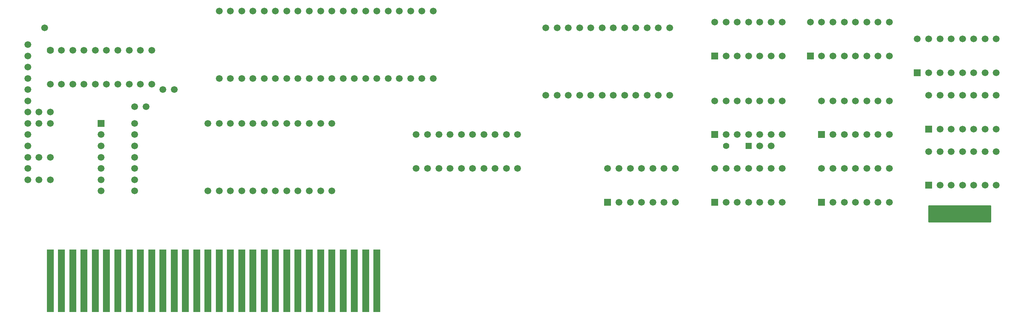
<source format=gbr>
G04 #@! TF.GenerationSoftware,KiCad,Pcbnew,(2017-05-14 revision 14bb238b3)-makepkg*
G04 #@! TF.CreationDate,2017-05-30T16:43:56+03:00*
G04 #@! TF.ProjectId,rk86kngmd,726B38366B6E676D642E6B696361645F,rev?*
G04 #@! TF.FileFunction,Soldermask,Top*
G04 #@! TF.FilePolarity,Negative*
%FSLAX46Y46*%
G04 Gerber Fmt 4.6, Leading zero omitted, Abs format (unit mm)*
G04 Created by KiCad (PCBNEW (2017-05-14 revision 14bb238b3)-makepkg) date 05/30/17 16:43:56*
%MOMM*%
%LPD*%
G01*
G04 APERTURE LIST*
%ADD10C,0.100000*%
%ADD11C,1.500000*%
%ADD12C,1.600000*%
%ADD13R,1.500000X1.500000*%
%ADD14R,1.400000X1.400000*%
%ADD15C,1.400000*%
%ADD16R,1.500000X14.000000*%
%ADD17C,0.254000*%
G04 APERTURE END LIST*
D10*
D11*
X72250000Y-83000000D03*
X69750000Y-83000000D03*
X67250000Y-83000000D03*
X64750000Y-83000000D03*
X62250000Y-83000000D03*
X59750000Y-83000000D03*
X57250000Y-83000000D03*
X54750000Y-83000000D03*
X52250000Y-83000000D03*
D12*
X49750000Y-83000000D03*
D11*
X49750000Y-90500000D03*
X52250000Y-90500000D03*
X54750000Y-90500000D03*
X57250000Y-90500000D03*
X59750000Y-90500000D03*
X62250000Y-90500000D03*
X64750000Y-90500000D03*
X67250000Y-90500000D03*
X69750000Y-90500000D03*
X72250000Y-90500000D03*
D13*
X218500000Y-84250000D03*
D11*
X221000000Y-84250000D03*
X223500000Y-84250000D03*
X226000000Y-84250000D03*
X228500000Y-84250000D03*
X231000000Y-84250000D03*
X233500000Y-84250000D03*
X236000000Y-84250000D03*
X236000000Y-76750000D03*
X233500000Y-76750000D03*
X231000000Y-76750000D03*
X228500000Y-76750000D03*
X226000000Y-76750000D03*
X223500000Y-76750000D03*
X221000000Y-76750000D03*
X218500000Y-76750000D03*
D13*
X197250000Y-84250000D03*
D11*
X199750000Y-84250000D03*
X202250000Y-84250000D03*
X204750000Y-84250000D03*
X207250000Y-84250000D03*
X209750000Y-84250000D03*
X212250000Y-84250000D03*
X212250000Y-76750000D03*
X209750000Y-76750000D03*
X207250000Y-76750000D03*
X204750000Y-76750000D03*
X202250000Y-76750000D03*
X199750000Y-76750000D03*
X197250000Y-76750000D03*
X131000000Y-109250000D03*
X133500000Y-109250000D03*
X136000000Y-109250000D03*
X138500000Y-109250000D03*
X141000000Y-109250000D03*
X143500000Y-109250000D03*
X146000000Y-109250000D03*
X148500000Y-109250000D03*
X151000000Y-109250000D03*
X153500000Y-109250000D03*
X153500000Y-101750000D03*
X151000000Y-101750000D03*
X148500000Y-101750000D03*
X146000000Y-101750000D03*
X143500000Y-101750000D03*
X141000000Y-101750000D03*
X138500000Y-101750000D03*
X136000000Y-101750000D03*
X133500000Y-101750000D03*
X131000000Y-101750000D03*
X187250000Y-78000000D03*
X184750000Y-78000000D03*
X182250000Y-78000000D03*
X179750000Y-78000000D03*
X177250000Y-78000000D03*
X174750000Y-78000000D03*
X172250000Y-78000000D03*
X169750000Y-78000000D03*
X167250000Y-78000000D03*
X164750000Y-78000000D03*
X162250000Y-78000000D03*
X159750000Y-78000000D03*
X159750000Y-93000000D03*
X162250000Y-93000000D03*
X164750000Y-93000000D03*
X167250000Y-93000000D03*
X169750000Y-93000000D03*
X172250000Y-93000000D03*
X174750000Y-93000000D03*
X177250000Y-93000000D03*
X179750000Y-93000000D03*
X182250000Y-93000000D03*
X184750000Y-93000000D03*
X187250000Y-93000000D03*
X49749360Y-99250000D03*
X47250000Y-99250000D03*
D14*
X204750000Y-104250000D03*
D15*
X199750000Y-104250000D03*
D11*
X44750000Y-109250000D03*
X44750000Y-104250000D03*
X44750000Y-96750000D03*
X44750000Y-89250000D03*
X44750000Y-84250000D03*
X44750000Y-81750000D03*
X44750000Y-111750000D03*
X44750000Y-106750000D03*
X44750000Y-101750000D03*
X44750000Y-99250000D03*
X44750000Y-94250000D03*
X44750000Y-91750000D03*
X44750000Y-86750000D03*
X49749360Y-106750000D03*
X47250000Y-106750000D03*
X49750000Y-111750000D03*
X47250640Y-111750000D03*
X74750640Y-91750000D03*
X77250000Y-91750000D03*
X49750000Y-96750000D03*
X47250640Y-96750000D03*
X70999360Y-95500000D03*
X68500000Y-95500000D03*
D13*
X197250000Y-101750000D03*
D11*
X199750000Y-101750000D03*
X202250000Y-101750000D03*
X204750000Y-101750000D03*
X207250000Y-101750000D03*
X209750000Y-101750000D03*
X212250000Y-101750000D03*
X212250000Y-94250000D03*
X209750000Y-94250000D03*
X207250000Y-94250000D03*
X204750000Y-94250000D03*
X202250000Y-94250000D03*
X199750000Y-94250000D03*
X197250000Y-94250000D03*
D13*
X173500000Y-116750000D03*
D11*
X176000000Y-116750000D03*
X178500000Y-116750000D03*
X181000000Y-116750000D03*
X183500000Y-116750000D03*
X186000000Y-116750000D03*
X188500000Y-116750000D03*
X188500000Y-109250000D03*
X186000000Y-109250000D03*
X183500000Y-109250000D03*
X181000000Y-109250000D03*
X178500000Y-109250000D03*
X176000000Y-109250000D03*
X173500000Y-109250000D03*
D13*
X197250000Y-116750000D03*
D11*
X199750000Y-116750000D03*
X202250000Y-116750000D03*
X204750000Y-116750000D03*
X207250000Y-116750000D03*
X209750000Y-116750000D03*
X212250000Y-116750000D03*
X212250000Y-109250000D03*
X209750000Y-109250000D03*
X207250000Y-109250000D03*
X204750000Y-109250000D03*
X202250000Y-109250000D03*
X199750000Y-109250000D03*
X197250000Y-109250000D03*
D13*
X242250000Y-88000000D03*
D11*
X244750000Y-88000000D03*
X247250000Y-88000000D03*
X249750000Y-88000000D03*
X252250000Y-88000000D03*
X254750000Y-88000000D03*
X257250000Y-88000000D03*
X259750000Y-88000000D03*
X259750000Y-80500000D03*
X257250000Y-80500000D03*
X254750000Y-80500000D03*
X252250000Y-80500000D03*
X249750000Y-80500000D03*
X247250000Y-80500000D03*
X244750000Y-80500000D03*
X242250000Y-80500000D03*
D13*
X244750000Y-100500000D03*
D11*
X247250000Y-100500000D03*
X249750000Y-100500000D03*
X252250000Y-100500000D03*
X254750000Y-100500000D03*
X257250000Y-100500000D03*
X259750000Y-100500000D03*
X259750000Y-93000000D03*
X257250000Y-93000000D03*
X254750000Y-93000000D03*
X252250000Y-93000000D03*
X249750000Y-93000000D03*
X247250000Y-93000000D03*
X244750000Y-93000000D03*
D13*
X244750000Y-113000000D03*
D11*
X247250000Y-113000000D03*
X249750000Y-113000000D03*
X252250000Y-113000000D03*
X254750000Y-113000000D03*
X257250000Y-113000000D03*
X259750000Y-113000000D03*
X259750000Y-105500000D03*
X257250000Y-105500000D03*
X254750000Y-105500000D03*
X252250000Y-105500000D03*
X249750000Y-105500000D03*
X247250000Y-105500000D03*
X244750000Y-105500000D03*
D13*
X221000000Y-116750000D03*
D11*
X223500000Y-116750000D03*
X226000000Y-116750000D03*
X228500000Y-116750000D03*
X231000000Y-116750000D03*
X233500000Y-116750000D03*
X236000000Y-116750000D03*
X236000000Y-109250000D03*
X233500000Y-109250000D03*
X231000000Y-109250000D03*
X228500000Y-109250000D03*
X226000000Y-109250000D03*
X223500000Y-109250000D03*
X221000000Y-109250000D03*
D13*
X221000000Y-101750000D03*
D11*
X223500000Y-101750000D03*
X226000000Y-101750000D03*
X228500000Y-101750000D03*
X231000000Y-101750000D03*
X233500000Y-101750000D03*
X236000000Y-101750000D03*
X236000000Y-94250000D03*
X233500000Y-94250000D03*
X231000000Y-94250000D03*
X228500000Y-94250000D03*
X226000000Y-94250000D03*
X223500000Y-94250000D03*
X221000000Y-94250000D03*
X209749360Y-104250000D03*
X207250000Y-104250000D03*
D13*
X61000000Y-99250000D03*
D11*
X61000000Y-101750000D03*
X61000000Y-104250000D03*
X61000000Y-106750000D03*
X61000000Y-109250000D03*
X61000000Y-111750000D03*
X61000000Y-114250000D03*
X68500000Y-114250000D03*
X68500000Y-111750000D03*
X68500000Y-109250000D03*
X68500000Y-106750000D03*
X68500000Y-104250000D03*
X68500000Y-101750000D03*
X68500000Y-99250000D03*
D16*
X49750000Y-134250000D03*
X52250000Y-134250000D03*
X54750000Y-134250000D03*
X57250000Y-134250000D03*
X59750000Y-134250000D03*
X62250000Y-134250000D03*
X64750000Y-134250000D03*
X67250000Y-134250000D03*
X69750000Y-134250000D03*
X72250000Y-134250000D03*
X74750000Y-134250000D03*
X77250000Y-134250000D03*
X79750000Y-134250000D03*
X82250000Y-134250000D03*
X84750000Y-134250000D03*
X87250000Y-134250000D03*
X89750000Y-134250000D03*
X92250000Y-134250000D03*
X94750000Y-134250000D03*
X97250000Y-134250000D03*
X99750000Y-134250000D03*
X102250000Y-134250000D03*
X104750000Y-134250000D03*
X107250000Y-134250000D03*
X109750000Y-134250000D03*
X112250000Y-134250000D03*
X114750000Y-134250000D03*
X117250000Y-134250000D03*
X119750000Y-134250000D03*
X122250000Y-134250000D03*
D11*
X84750000Y-114250000D03*
X87250000Y-114250000D03*
X89750000Y-114250000D03*
X92250000Y-114250000D03*
X94750000Y-114250000D03*
X97250000Y-114250000D03*
X99750000Y-114250000D03*
X102250000Y-114250000D03*
X104750000Y-114250000D03*
X107250000Y-114250000D03*
X109750000Y-114250000D03*
X112250000Y-114250000D03*
X112250000Y-99250000D03*
X109750000Y-99250000D03*
X107250000Y-99250000D03*
X104750000Y-99250000D03*
X102250000Y-99250000D03*
X99750000Y-99250000D03*
X97250000Y-99250000D03*
X94750000Y-99250000D03*
X92250000Y-99250000D03*
X89750000Y-99250000D03*
X87250000Y-99250000D03*
X84750000Y-99250000D03*
X48500000Y-78000000D03*
X134750000Y-74250000D03*
X132250000Y-74250000D03*
X129750000Y-74250000D03*
X127250000Y-74250000D03*
X124750000Y-74250000D03*
X122250000Y-74250000D03*
X119750000Y-74250000D03*
X117250000Y-74250000D03*
X114750000Y-74250000D03*
X112250000Y-74250000D03*
X109750000Y-74250000D03*
X107250000Y-74250000D03*
X104750000Y-74250000D03*
X102250000Y-74250000D03*
X99750000Y-74250000D03*
X97250000Y-74250000D03*
X94750000Y-74250000D03*
X92250000Y-74250000D03*
X89750000Y-74250000D03*
X87250000Y-74250000D03*
X87250000Y-89250000D03*
X89750000Y-89250000D03*
X92250000Y-89250000D03*
X94750000Y-89250000D03*
X97250000Y-89250000D03*
X99750000Y-89250000D03*
X102250000Y-89250000D03*
X104750000Y-89250000D03*
X107250000Y-89250000D03*
X109750000Y-89250000D03*
X112250000Y-89250000D03*
X114750000Y-89250000D03*
X117250000Y-89250000D03*
X119750000Y-89250000D03*
X122250000Y-89250000D03*
X124750000Y-89250000D03*
X127250000Y-89250000D03*
X129750000Y-89250000D03*
X132250000Y-89250000D03*
X134750000Y-89250000D03*
D17*
G36*
X258448000Y-121113000D02*
X244732000Y-121113000D01*
X244732000Y-117557000D01*
X258448000Y-117557000D01*
X258448000Y-121113000D01*
X258448000Y-121113000D01*
G37*
X258448000Y-121113000D02*
X244732000Y-121113000D01*
X244732000Y-117557000D01*
X258448000Y-117557000D01*
X258448000Y-121113000D01*
M02*

</source>
